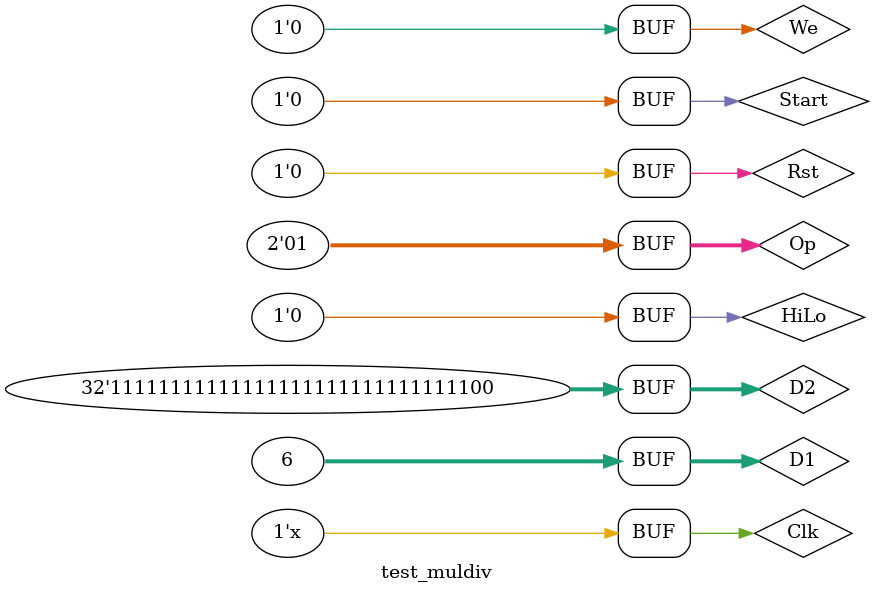
<source format=v>
`timescale 1ns / 1ps


module test_muldiv;

	// Inputs
	reg Clk;
	reg Rst;
	reg [31:0] D1;
	reg [31:0] D2;
	reg HiLo;
	reg [1:0] Op;
	reg Start;
	reg We;

	// Outputs
	wire Busy;
	wire [31:0] HI;
	wire [31:0] LO;

	// Instantiate the Unit Under Test (UUT)
	mul_div uut (
		.Clk(Clk), 
		.Rst(Rst), 
		.D1(D1), 
		.D2(D2), 
		.HiLo(HiLo), 
		.Op(Op), 
		.Start(Start), 
		.We(We), 
		.Busy(Busy), 
		.HI(HI), 
		.LO(LO)
	);

	initial begin
		// Initialize Inputs
		#0 Clk = 0;
		#0 Rst = 0;
		#0 D1 = 6;
		#0 D2 = -4;
		#0 HiLo = 0;
		#0 Op = 1;
		#0 We = 0;
		#0 Start = 1;
		#60 Start =0;
		// Wait 100 ns for global reset to finish
		//#100;
        
		// Add stimulus here

	end
      always #20 Clk=~Clk;
endmodule


</source>
